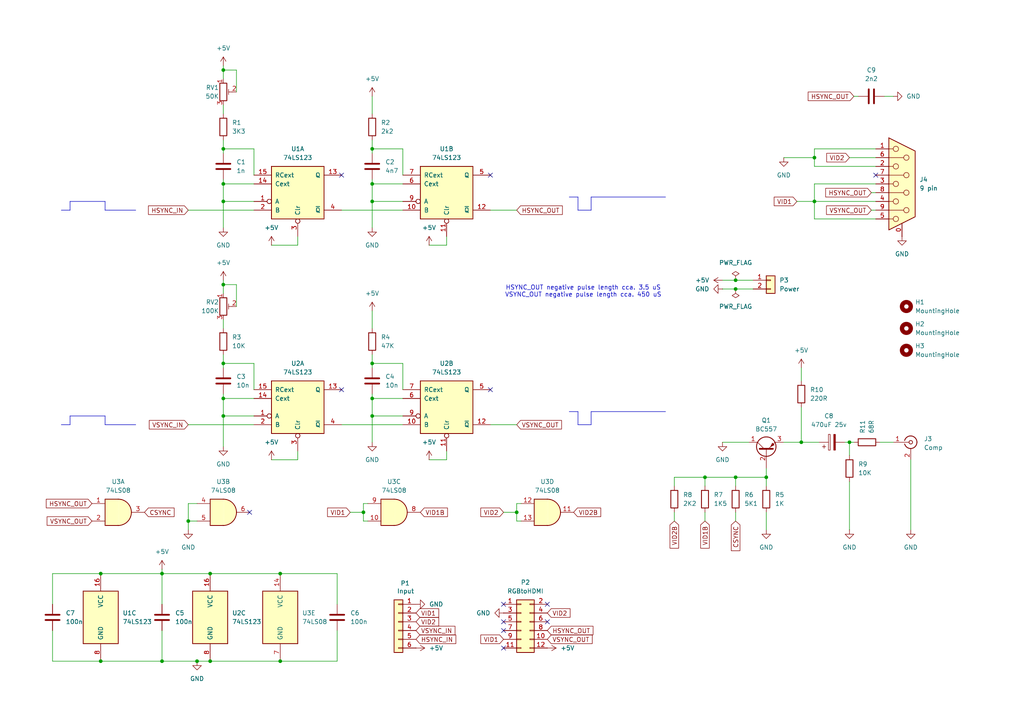
<source format=kicad_sch>
(kicad_sch (version 20231120) (generator "eeschema") (generator_version "8.0")
  (paper "A4")
  (lib_symbols
    (symbol "74xx:74LS08" (pin_names (offset 1.016))
      (property "Reference" "U" (at 0 1.27 0))
      (property "Value" "74LS08" (at 0 -1.27 0))
      (symbol "74LS08_1_1"
        (arc (start 0 -3.81) (mid 3.7934 0) (end 0 3.81) (stroke (width 0.254)) (fill (type background)))
        (polyline (pts (xy 0 3.81) (xy -3.81 3.81) (xy -3.81 -3.81) (xy 0 -3.81)) (stroke (width 0.254)) (fill (type background)))
        (pin input line (at -7.62 2.54 0) (length 3.81) (name "~") (number "1"))
        (pin input line (at -7.62 -2.54 0) (length 3.81) (name "~") (number "2"))
        (pin output line (at 7.62 0 180) (length 3.81) (name "~") (number "3"))
      )
      (symbol "74LS08_1_2"
        (arc (start -3.81 -3.81) (mid -2.589 0) (end -3.81 3.81) (stroke (width 0.254)))
        (arc (start -0.6096 -3.81) (mid 2.1842 -2.5851) (end 3.81 0) (stroke (width 0.254)) (fill (type background)))
        (polyline (pts (xy -3.81 -3.81) (xy -0.635 -3.81)) (stroke (width 0.254)) (fill (type background)))
        (polyline (pts (xy -3.81 3.81) (xy -0.635 3.81)) (stroke (width 0.254)) (fill (type background)))
        (polyline (pts (xy -0.635 3.81) (xy -3.81 3.81) (xy -3.81 3.81) (xy -3.556 3.4036) (xy -3.0226 2.2606) (xy -2.6924 1.0414) (xy -2.6162 -0.254) (xy -2.7686 -1.4986) (xy -3.175 -2.7178) (xy -3.81 -3.81) (xy -3.81 -3.81) (xy -0.635 -3.81)) (stroke (width -25.4)) (fill (type background)))
        (arc (start 3.81 0) (mid 2.1915 2.5936) (end -0.6096 3.81) (stroke (width 0.254)) (fill (type background)))
        (pin input inverted (at -7.62 2.54 0) (length 4.318) (name "~") (number "1"))
        (pin input inverted (at -7.62 -2.54 0) (length 4.318) (name "~") (number "2"))
        (pin output inverted (at 7.62 0 180) (length 3.81) (name "~") (number "3"))
      )
      (symbol "74LS08_2_1"
        (arc (start 0 -3.81) (mid 3.7934 0) (end 0 3.81) (stroke (width 0.254)) (fill (type background)))
        (polyline (pts (xy 0 3.81) (xy -3.81 3.81) (xy -3.81 -3.81) (xy 0 -3.81)) (stroke (width 0.254)) (fill (type background)))
        (pin input line (at -7.62 2.54 0) (length 3.81) (name "~") (number "4"))
        (pin input line (at -7.62 -2.54 0) (length 3.81) (name "~") (number "5"))
        (pin output line (at 7.62 0 180) (length 3.81) (name "~") (number "6"))
      )
      (symbol "74LS08_2_2"
        (arc (start -3.81 -3.81) (mid -2.589 0) (end -3.81 3.81) (stroke (width 0.254)))
        (arc (start -0.6096 -3.81) (mid 2.1842 -2.5851) (end 3.81 0) (stroke (width 0.254)) (fill (type background)))
        (polyline (pts (xy -3.81 -3.81) (xy -0.635 -3.81)) (stroke (width 0.254)) (fill (type background)))
        (polyline (pts (xy -3.81 3.81) (xy -0.635 3.81)) (stroke (width 0.254)) (fill (type background)))
        (polyline (pts (xy -0.635 3.81) (xy -3.81 3.81) (xy -3.81 3.81) (xy -3.556 3.4036) (xy -3.0226 2.2606) (xy -2.6924 1.0414) (xy -2.6162 -0.254) (xy -2.7686 -1.4986) (xy -3.175 -2.7178) (xy -3.81 -3.81) (xy -3.81 -3.81) (xy -0.635 -3.81)) (stroke (width -25.4)) (fill (type background)))
        (arc (start 3.81 0) (mid 2.1915 2.5936) (end -0.6096 3.81) (stroke (width 0.254)) (fill (type background)))
        (pin input inverted (at -7.62 2.54 0) (length 4.318) (name "~") (number "4"))
        (pin input inverted (at -7.62 -2.54 0) (length 4.318) (name "~") (number "5"))
        (pin output inverted (at 7.62 0 180) (length 3.81) (name "~") (number "6"))
      )
      (symbol "74LS08_3_1"
        (arc (start 0 -3.81) (mid 3.7934 0) (end 0 3.81) (stroke (width 0.254)) (fill (type background)))
        (polyline (pts (xy 0 3.81) (xy -3.81 3.81) (xy -3.81 -3.81) (xy 0 -3.81)) (stroke (width 0.254)) (fill (type background)))
        (pin input line (at -7.62 -2.54 0) (length 3.81) (name "~") (number "10"))
        (pin output line (at 7.62 0 180) (length 3.81) (name "~") (number "8"))
        (pin input line (at -7.62 2.54 0) (length 3.81) (name "~") (number "9"))
      )
      (symbol "74LS08_3_2"
        (arc (start -3.81 -3.81) (mid -2.589 0) (end -3.81 3.81) (stroke (width 0.254)))
        (arc (start -0.6096 -3.81) (mid 2.1842 -2.5851) (end 3.81 0) (stroke (width 0.254)) (fill (type background)))
        (polyline (pts (xy -3.81 -3.81) (xy -0.635 -3.81)) (stroke (width 0.254)) (fill (type background)))
        (polyline (pts (xy -3.81 3.81) (xy -0.635 3.81)) (stroke (width 0.254)) (fill (type background)))
        (polyline (pts (xy -0.635 3.81) (xy -3.81 3.81) (xy -3.81 3.81) (xy -3.556 3.4036) (xy -3.0226 2.2606) (xy -2.6924 1.0414) (xy -2.6162 -0.254) (xy -2.7686 -1.4986) (xy -3.175 -2.7178) (xy -3.81 -3.81) (xy -3.81 -3.81) (xy -0.635 -3.81)) (stroke (width -25.4)) (fill (type background)))
        (arc (start 3.81 0) (mid 2.1915 2.5936) (end -0.6096 3.81) (stroke (width 0.254)) (fill (type background)))
        (pin input inverted (at -7.62 -2.54 0) (length 4.318) (name "~") (number "10"))
        (pin output inverted (at 7.62 0 180) (length 3.81) (name "~") (number "8"))
        (pin input inverted (at -7.62 2.54 0) (length 4.318) (name "~") (number "9"))
      )
      (symbol "74LS08_4_1"
        (arc (start 0 -3.81) (mid 3.7934 0) (end 0 3.81) (stroke (width 0.254)) (fill (type background)))
        (polyline (pts (xy 0 3.81) (xy -3.81 3.81) (xy -3.81 -3.81) (xy 0 -3.81)) (stroke (width 0.254)) (fill (type background)))
        (pin output line (at 7.62 0 180) (length 3.81) (name "~") (number "11"))
        (pin input line (at -7.62 2.54 0) (length 3.81) (name "~") (number "12"))
        (pin input line (at -7.62 -2.54 0) (length 3.81) (name "~") (number "13"))
      )
      (symbol "74LS08_4_2"
        (arc (start -3.81 -3.81) (mid -2.589 0) (end -3.81 3.81) (stroke (width 0.254)))
        (arc (start -0.6096 -3.81) (mid 2.1842 -2.5851) (end 3.81 0) (stroke (width 0.254)) (fill (type background)))
        (polyline (pts (xy -3.81 -3.81) (xy -0.635 -3.81)) (stroke (width 0.254)) (fill (type background)))
        (polyline (pts (xy -3.81 3.81) (xy -0.635 3.81)) (stroke (width 0.254)) (fill (type background)))
        (polyline (pts (xy -0.635 3.81) (xy -3.81 3.81) (xy -3.81 3.81) (xy -3.556 3.4036) (xy -3.0226 2.2606) (xy -2.6924 1.0414) (xy -2.6162 -0.254) (xy -2.7686 -1.4986) (xy -3.175 -2.7178) (xy -3.81 -3.81) (xy -3.81 -3.81) (xy -0.635 -3.81)) (stroke (width -25.4)) (fill (type background)))
        (arc (start 3.81 0) (mid 2.1915 2.5936) (end -0.6096 3.81) (stroke (width 0.254)) (fill (type background)))
        (pin output inverted (at 7.62 0 180) (length 3.81) (name "~") (number "11"))
        (pin input inverted (at -7.62 2.54 0) (length 4.318) (name "~") (number "12"))
        (pin input inverted (at -7.62 -2.54 0) (length 4.318) (name "~") (number "13"))
      )
      (symbol "74LS08_5_0"
        (pin power_in line (at 0 12.7 270) (length 5.08) (name "VCC") (number "14"))
        (pin power_in line (at 0 -12.7 90) (length 5.08) (name "GND") (number "7"))
      )
      (symbol "74LS08_5_1"
        (rectangle (start -5.08 7.62) (end 5.08 -7.62) (stroke (width 0.254)) (fill (type background)))
      )
    )
    (symbol "74xx:74LS123" (pin_names (offset 1.016))
      (property "Reference" "U" (at -7.62 8.89 0))
      (property "Value" "74LS123" (at -7.62 -8.89 0))
      (symbol "74LS123_1_0"
        (pin input inverted (at -12.7 -2.54 0) (length 5.08) (name "A") (number "1"))
        (pin output line (at 12.7 5.08 180) (length 5.08) (name "Q") (number "13"))
        (pin input line (at -12.7 2.54 0) (length 5.08) (name "Cext") (number "14"))
        (pin input line (at -12.7 5.08 0) (length 5.08) (name "RCext") (number "15"))
        (pin input line (at -12.7 -5.08 0) (length 5.08) (name "B") (number "2"))
        (pin input inverted (at 0 -12.7 90) (length 5.08) (name "Clr") (number "3"))
        (pin output line (at 12.7 -5.08 180) (length 5.08) (name "~{Q}") (number "4"))
      )
      (symbol "74LS123_1_1"
        (rectangle (start -7.62 7.62) (end 7.62 -7.62) (stroke (width 0.254)) (fill (type background)))
      )
      (symbol "74LS123_2_0"
        (pin input line (at -12.7 -5.08 0) (length 5.08) (name "B") (number "10"))
        (pin input inverted (at 0 -12.7 90) (length 5.08) (name "Clr") (number "11"))
        (pin output line (at 12.7 -5.08 180) (length 5.08) (name "~{Q}") (number "12"))
        (pin output line (at 12.7 5.08 180) (length 5.08) (name "Q") (number "5"))
        (pin input line (at -12.7 2.54 0) (length 5.08) (name "Cext") (number "6"))
        (pin input line (at -12.7 5.08 0) (length 5.08) (name "RCext") (number "7"))
        (pin input inverted (at -12.7 -2.54 0) (length 5.08) (name "A") (number "9"))
      )
      (symbol "74LS123_2_1"
        (rectangle (start -7.62 7.62) (end 7.62 -7.62) (stroke (width 0.254)) (fill (type background)))
      )
      (symbol "74LS123_3_0"
        (pin power_in line (at 0 12.7 270) (length 5.08) (name "VCC") (number "16"))
        (pin power_in line (at 0 -12.7 90) (length 5.08) (name "GND") (number "8"))
      )
      (symbol "74LS123_3_1"
        (rectangle (start -5.08 7.62) (end 5.08 -7.62) (stroke (width 0.254)) (fill (type background)))
      )
    )
    (symbol "Connector:Conn_Coaxial" (pin_names (offset 1.016) hide)
      (property "Reference" "J" (at 0.254 3.048 0))
      (property "Value" "Conn_Coaxial" (at 2.921 0 90))
      (symbol "Conn_Coaxial_0_1"
        (arc (start -1.778 -0.508) (mid 0.2311 -1.8066) (end 1.778 0) (stroke (width 0.254)))
        (polyline (pts (xy -2.54 0) (xy -0.508 0)))
        (polyline (pts (xy 0 -2.54) (xy 0 -1.778)))
        (circle (center 0 0) (radius 0.508) (stroke (width 0.2032)))
        (arc (start 1.778 0) (mid 0.2099 1.8101) (end -1.778 0.508) (stroke (width 0.254)))
      )
      (symbol "Conn_Coaxial_1_1"
        (pin passive line (at -5.08 0 0) (length 2.54) (name "In") (number "1"))
        (pin passive line (at 0 -5.08 90) (length 2.54) (name "Ext") (number "2"))
      )
    )
    (symbol "Connector:DE9_Receptacle_MountingHoles" (pin_names (offset 1.016) hide)
      (property "Reference" "J" (at 0 16.51 0))
      (property "Value" "DE9_Receptacle_MountingHoles" (at 0 14.605 0))
      (symbol "DE9_Receptacle_MountingHoles_0_1"
        (circle (center -1.778 -10.16) (radius 0.762))
        (circle (center -1.778 -5.08) (radius 0.762))
        (circle (center -1.778 0) (radius 0.762))
        (circle (center -1.778 5.08) (radius 0.762))
        (circle (center -1.778 10.16) (radius 0.762))
        (polyline (pts (xy -3.81 -10.16) (xy -2.54 -10.16)))
        (polyline (pts (xy -3.81 -7.62) (xy 0.508 -7.62)))
        (polyline (pts (xy -3.81 -5.08) (xy -2.54 -5.08)))
        (polyline (pts (xy -3.81 -2.54) (xy 0.508 -2.54)))
        (polyline (pts (xy -3.81 0) (xy -2.54 0)))
        (polyline (pts (xy -3.81 2.54) (xy 0.508 2.54)))
        (polyline (pts (xy -3.81 5.08) (xy -2.54 5.08)))
        (polyline (pts (xy -3.81 7.62) (xy 0.508 7.62)))
        (polyline (pts (xy -3.81 10.16) (xy -2.54 10.16)))
        (polyline (pts (xy -3.81 13.335) (xy -3.81 -13.335) (xy 3.81 -9.525) (xy 3.81 9.525) (xy -3.81 13.335)) (stroke (width 0.254)) (fill (type background)))
        (circle (center 1.27 -7.62) (radius 0.762))
        (circle (center 1.27 -2.54) (radius 0.762))
        (circle (center 1.27 2.54) (radius 0.762))
        (circle (center 1.27 7.62) (radius 0.762))
      )
      (symbol "DE9_Receptacle_MountingHoles_1_1"
        (pin passive line (at 0 -15.24 90) (length 3.81) (name "PAD") (number "0"))
        (pin passive line (at -7.62 10.16 0) (length 3.81) (name "1") (number "1"))
        (pin passive line (at -7.62 5.08 0) (length 3.81) (name "2") (number "2"))
        (pin passive line (at -7.62 0 0) (length 3.81) (name "3") (number "3"))
        (pin passive line (at -7.62 -5.08 0) (length 3.81) (name "4") (number "4"))
        (pin passive line (at -7.62 -10.16 0) (length 3.81) (name "5") (number "5"))
        (pin passive line (at -7.62 7.62 0) (length 3.81) (name "6") (number "6"))
        (pin passive line (at -7.62 2.54 0) (length 3.81) (name "7") (number "7"))
        (pin passive line (at -7.62 -2.54 0) (length 3.81) (name "8") (number "8"))
        (pin passive line (at -7.62 -7.62 0) (length 3.81) (name "9") (number "9"))
      )
    )
    (symbol "Connector_Generic:Conn_01x02" (pin_names (offset 1.016) hide)
      (property "Reference" "J" (at 0 2.54 0))
      (property "Value" "Conn_01x02" (at 0 -5.08 0))
      (symbol "Conn_01x02_1_1"
        (rectangle (start -1.27 -2.413) (end 0 -2.667) (stroke (width 0.1524)))
        (rectangle (start -1.27 0.127) (end 0 -0.127) (stroke (width 0.1524)))
        (rectangle (start -1.27 1.27) (end 1.27 -3.81) (stroke (width 0.254)) (fill (type background)))
        (pin passive line (at -5.08 0 0) (length 3.81) (name "Pin_1") (number "1"))
        (pin passive line (at -5.08 -2.54 0) (length 3.81) (name "Pin_2") (number "2"))
      )
    )
    (symbol "Connector_Generic:Conn_01x06" (pin_names (offset 1.016) hide)
      (property "Reference" "J" (at 0 7.62 0))
      (property "Value" "Conn_01x06" (at 0 -10.16 0))
      (symbol "Conn_01x06_1_1"
        (rectangle (start -1.27 -7.493) (end 0 -7.747) (stroke (width 0.1524)))
        (rectangle (start -1.27 -4.953) (end 0 -5.207) (stroke (width 0.1524)))
        (rectangle (start -1.27 -2.413) (end 0 -2.667) (stroke (width 0.1524)))
        (rectangle (start -1.27 0.127) (end 0 -0.127) (stroke (width 0.1524)))
        (rectangle (start -1.27 2.667) (end 0 2.413) (stroke (width 0.1524)))
        (rectangle (start -1.27 5.207) (end 0 4.953) (stroke (width 0.1524)))
        (rectangle (start -1.27 6.35) (end 1.27 -8.89) (stroke (width 0.254)) (fill (type background)))
        (pin passive line (at -5.08 5.08 0) (length 3.81) (name "Pin_1") (number "1"))
        (pin passive line (at -5.08 2.54 0) (length 3.81) (name "Pin_2") (number "2"))
        (pin passive line (at -5.08 0 0) (length 3.81) (name "Pin_3") (number "3"))
        (pin passive line (at -5.08 -2.54 0) (length 3.81) (name "Pin_4") (number "4"))
        (pin passive line (at -5.08 -5.08 0) (length 3.81) (name "Pin_5") (number "5"))
        (pin passive line (at -5.08 -7.62 0) (length 3.81) (name "Pin_6") (number "6"))
      )
    )
    (symbol "Connector_Generic:Conn_02x06_Odd_Even" (pin_names (offset 1.016) hide)
      (property "Reference" "J" (at 1.27 7.62 0))
      (property "Value" "Conn_02x06_Odd_Even" (at 1.27 -10.16 0))
      (symbol "Conn_02x06_Odd_Even_1_1"
        (rectangle (start -1.27 -7.493) (end 0 -7.747) (stroke (width 0.1524)))
        (rectangle (start -1.27 -4.953) (end 0 -5.207) (stroke (width 0.1524)))
        (rectangle (start -1.27 -2.413) (end 0 -2.667) (stroke (width 0.1524)))
        (rectangle (start -1.27 0.127) (end 0 -0.127) (stroke (width 0.1524)))
        (rectangle (start -1.27 2.667) (end 0 2.413) (stroke (width 0.1524)))
        (rectangle (start -1.27 5.207) (end 0 4.953) (stroke (width 0.1524)))
        (rectangle (start -1.27 6.35) (end 3.81 -8.89) (stroke (width 0.254)) (fill (type background)))
        (rectangle (start 3.81 -7.493) (end 2.54 -7.747) (stroke (width 0.1524)))
        (rectangle (start 3.81 -4.953) (end 2.54 -5.207) (stroke (width 0.1524)))
        (rectangle (start 3.81 -2.413) (end 2.54 -2.667) (stroke (width 0.1524)))
        (rectangle (start 3.81 0.127) (end 2.54 -0.127) (stroke (width 0.1524)))
        (rectangle (start 3.81 2.667) (end 2.54 2.413) (stroke (width 0.1524)))
        (rectangle (start 3.81 5.207) (end 2.54 4.953) (stroke (width 0.1524)))
        (pin passive line (at -5.08 5.08 0) (length 3.81) (name "Pin_1") (number "1"))
        (pin passive line (at 7.62 -5.08 180) (length 3.81) (name "Pin_10") (number "10"))
        (pin passive line (at -5.08 -7.62 0) (length 3.81) (name "Pin_11") (number "11"))
        (pin passive line (at 7.62 -7.62 180) (length 3.81) (name "Pin_12") (number "12"))
        (pin passive line (at 7.62 5.08 180) (length 3.81) (name "Pin_2") (number "2"))
        (pin passive line (at -5.08 2.54 0) (length 3.81) (name "Pin_3") (number "3"))
        (pin passive line (at 7.62 2.54 180) (length 3.81) (name "Pin_4") (number "4"))
        (pin passive line (at -5.08 0 0) (length 3.81) (name "Pin_5") (number "5"))
        (pin passive line (at 7.62 0 180) (length 3.81) (name "Pin_6") (number "6"))
        (pin passive line (at -5.08 -2.54 0) (length 3.81) (name "Pin_7") (number "7"))
        (pin passive line (at 7.62 -2.54 180) (length 3.81) (name "Pin_8") (number "8"))
        (pin passive line (at -5.08 -5.08 0) (length 3.81) (name "Pin_9") (number "9"))
      )
    )
    (symbol "Device:C" (pin_numbers hide) (pin_names (offset 0.254))
      (property "Reference" "C" (at 0.635 2.54 0))
      (property "Value" "C" (at 0.635 -2.54 0))
      (symbol "C_0_1"
        (polyline (pts (xy -2.032 -0.762) (xy 2.032 -0.762)) (stroke (width 0.508)))
        (polyline (pts (xy -2.032 0.762) (xy 2.032 0.762)) (stroke (width 0.508)))
      )
      (symbol "C_1_1"
        (pin passive line (at 0 3.81 270) (length 2.794) (name "~") (number "1"))
        (pin passive line (at 0 -3.81 90) (length 2.794) (name "~") (number "2"))
      )
    )
    (symbol "Device:C_Polarized" (pin_numbers hide) (pin_names (offset 0.254))
      (property "Reference" "C" (at 0.635 2.54 0))
      (property "Value" "C_Polarized" (at 0.635 -2.54 0))
      (symbol "C_Polarized_0_1"
        (rectangle (start -2.286 0.508) (end 2.286 1.016))
        (polyline (pts (xy -1.778 2.286) (xy -0.762 2.286)))
        (polyline (pts (xy -1.27 2.794) (xy -1.27 1.778)))
        (rectangle (start 2.286 -0.508) (end -2.286 -1.016) (fill (type outline)))
      )
      (symbol "C_Polarized_1_1"
        (pin passive line (at 0 3.81 270) (length 2.794) (name "~") (number "1"))
        (pin passive line (at 0 -3.81 90) (length 2.794) (name "~") (number "2"))
      )
    )
    (symbol "Device:R" (pin_numbers hide) (pin_names (offset 0))
      (property "Reference" "R" (at 2.032 0 90))
      (property "Value" "R" (at 0 0 90))
      (symbol "R_0_1"
        (rectangle (start -1.016 -2.54) (end 1.016 2.54) (stroke (width 0.254)))
      )
      (symbol "R_1_1"
        (pin passive line (at 0 3.81 270) (length 1.27) (name "~") (number "1"))
        (pin passive line (at 0 -3.81 90) (length 1.27) (name "~") (number "2"))
      )
    )
    (symbol "Device:R_Potentiometer_Trim" (pin_names (offset 1.016) hide)
      (property "Reference" "RV" (at -4.445 0 90))
      (property "Value" "R_Potentiometer_Trim" (at -2.54 0 90))
      (symbol "R_Potentiometer_Trim_0_1"
        (polyline (pts (xy 1.524 0.762) (xy 1.524 -0.762)))
        (polyline (pts (xy 2.54 0) (xy 1.524 0)))
        (rectangle (start 1.016 2.54) (end -1.016 -2.54) (stroke (width 0.254)))
      )
      (symbol "R_Potentiometer_Trim_1_1"
        (pin passive line (at 0 3.81 270) (length 1.27) (name "1") (number "1"))
        (pin passive line (at 3.81 0 180) (length 1.27) (name "2") (number "2"))
        (pin passive line (at 0 -3.81 90) (length 1.27) (name "3") (number "3"))
      )
    )
    (symbol "Mechanical:MountingHole" (pin_names (offset 1.016)) (exclude_from_sim yes) (in_bom no)
      (property "Reference" "H" (at 0 5.08 0))
      (property "Value" "MountingHole" (at 0 3.175 0))
      (symbol "MountingHole_0_1"
        (circle (center 0 0) (radius 1.27) (stroke (width 1.27)))
      )
    )
    (symbol "Transistor_BJT:BC557" (pin_names (offset 0) hide)
      (property "Reference" "Q" (at 5.08 1.905 0))
      (property "Value" "BC557" (at 5.08 0 0))
      (symbol "BC557_0_1"
        (polyline (pts (xy 0.635 0.635) (xy 2.54 2.54)))
        (polyline (pts (xy 0.635 -0.635) (xy 2.54 -2.54) (xy 2.54 -2.54)))
        (polyline (pts (xy 0.635 1.905) (xy 0.635 -1.905) (xy 0.635 -1.905)) (stroke (width 0.508)))
        (polyline (pts (xy 2.286 -1.778) (xy 1.778 -2.286) (xy 1.27 -1.27) (xy 2.286 -1.778) (xy 2.286 -1.778)) (fill (type outline)))
        (circle (center 1.27 0) (radius 2.8194) (stroke (width 0.254)))
      )
      (symbol "BC557_1_1"
        (pin passive line (at 2.54 5.08 270) (length 2.54) (name "C") (number "1"))
        (pin input line (at -5.08 0 0) (length 5.715) (name "B") (number "2"))
        (pin passive line (at 2.54 -5.08 90) (length 2.54) (name "E") (number "3"))
      )
    )
    (symbol "power:+5V" (power) (pin_numbers hide) (pin_names (offset 0) hide)
      (property "Value" "+5V" (at 0 3.556 0))
      (symbol "+5V_0_1"
        (polyline (pts (xy -0.762 1.27) (xy 0 2.54)))
        (polyline (pts (xy 0 0) (xy 0 2.54)))
        (polyline (pts (xy 0 2.54) (xy 0.762 1.27)))
      )
      (symbol "+5V_1_1"
        (pin power_in line (at 0 0 90) (length 0) (name "~") (number "1"))
      )
    )
    (symbol "power:GND" (power) (pin_numbers hide) (pin_names (offset 0) hide)
      (property "Value" "GND" (at 0 -3.81 0))
      (symbol "GND_0_1"
        (polyline (pts (xy 0 0) (xy 0 -1.27) (xy 1.27 -1.27) (xy 0 -2.54) (xy -1.27 -1.27) (xy 0 -1.27)))
      )
      (symbol "GND_1_1"
        (pin power_in line (at 0 0 270) (length 0) (name "~") (number "1"))
      )
    )
    (symbol "power:PWR_FLAG" (power) (pin_numbers hide) (pin_names (offset 0) hide)
      (property "Value" "PWR_FLAG" (at 0 3.81 0))
      (symbol "PWR_FLAG_0_0"
        (pin power_out line (at 0 0 90) (length 0) (name "~") (number "1"))
      )
      (symbol "PWR_FLAG_0_1"
        (polyline (pts (xy 0 0) (xy 0 1.27) (xy -1.016 1.905) (xy 0 2.54) (xy 1.016 1.905) (xy 0 1.27)))
      )
    )
  )
  (junction (at 29.21 191.77))
  (junction (at 57.15 191.77))
  (junction (at 107.95 105.41))
  (junction (at 107.95 43.18))
  (junction (at 149.86 148.59))
  (junction (at 236.22 45.72))
  (junction (at 54.61 151.13))
  (junction (at 107.95 53.34))
  (junction (at 64.77 82.55))
  (junction (at 64.77 20.32))
  (junction (at 232.41 128.27))
  (junction (at 64.77 120.65))
  (junction (at 213.36 138.43))
  (junction (at 64.77 58.42))
  (junction (at 236.22 58.42))
  (junction (at 46.99 166.37))
  (junction (at 60.96 166.37))
  (junction (at 222.25 138.43))
  (junction (at 29.21 166.37))
  (junction (at 213.36 81.28))
  (junction (at 107.95 115.57))
  (junction (at 105.41 148.59))
  (junction (at 107.95 120.65))
  (junction (at 64.77 105.41))
  (junction (at 81.28 191.77))
  (junction (at 60.96 191.77))
  (junction (at 81.28 166.37))
  (junction (at 64.77 53.34))
  (junction (at 107.95 58.42))
  (junction (at 46.99 191.77))
  (junction (at 246.38 128.27))
  (junction (at 64.77 115.57))
  (junction (at 64.77 43.18))
  (junction (at 204.47 138.43))
  (junction (at 213.36 83.82))
  (no_connect (at 146.05 187.96))
  (no_connect (at 72.39 148.59))
  (no_connect (at 146.05 175.26))
  (no_connect (at 158.75 175.26))
  (no_connect (at 158.75 180.34))
  (no_connect (at 146.05 182.88))
  (no_connect (at 99.06 113.03))
  (no_connect (at 142.24 50.8))
  (no_connect (at 254 50.8))
  (no_connect (at 142.24 113.03))
  (no_connect (at 146.05 180.34))
  (no_connect (at 99.06 50.8))
  (polyline (pts (xy 165.1 119.38) (xy 167.64 119.38)))
  (wire (pts (xy 107.95 43.18) (xy 116.84 43.18)))
  (wire (pts (xy 81.28 166.37) (xy 97.79 166.37)))
  (wire (pts (xy 204.47 148.59) (xy 204.47 151.13)))
  (wire (pts (xy 227.33 128.27) (xy 232.41 128.27)))
  (wire (pts (xy 64.77 82.55) (xy 64.77 85.09)))
  (wire (pts (xy 15.24 166.37) (xy 15.24 175.26)))
  (polyline (pts (xy 20.32 58.42) (xy 30.48 58.42)))
  (wire (pts (xy 64.77 19.05) (xy 64.77 20.32)))
  (wire (pts (xy 73.66 58.42) (xy 64.77 58.42)))
  (wire (pts (xy 60.96 191.77) (xy 81.28 191.77)))
  (wire (pts (xy 68.58 82.55) (xy 68.58 88.9)))
  (wire (pts (xy 246.38 128.27) (xy 247.65 128.27)))
  (wire (pts (xy 209.55 128.27) (xy 217.17 128.27)))
  (wire (pts (xy 116.84 113.03) (xy 116.84 105.41)))
  (wire (pts (xy 73.66 113.03) (xy 73.66 105.41)))
  (wire (pts (xy 227.33 45.72) (xy 236.22 45.72)))
  (wire (pts (xy 105.41 148.59) (xy 105.41 151.13)))
  (wire (pts (xy 106.68 146.05) (xy 105.41 146.05)))
  (wire (pts (xy 64.77 30.48) (xy 64.77 33.02)))
  (wire (pts (xy 213.36 138.43) (xy 213.36 140.97)))
  (polyline (pts (xy 31.75 60.96) (xy 39.37 60.96)))
  (wire (pts (xy 248.92 27.94) (xy 247.65 27.94)))
  (wire (pts (xy 64.77 115.57) (xy 64.77 120.65)))
  (wire (pts (xy 86.36 130.81) (xy 86.36 133.35)))
  (polyline (pts (xy 167.64 119.38) (xy 167.64 123.19)))
  (wire (pts (xy 64.77 58.42) (xy 64.77 66.04)))
  (wire (pts (xy 73.66 53.34) (xy 64.77 53.34)))
  (wire (pts (xy 209.55 83.82) (xy 213.36 83.82)))
  (wire (pts (xy 105.41 146.05) (xy 105.41 148.59)))
  (wire (pts (xy 29.21 191.77) (xy 15.24 191.77)))
  (wire (pts (xy 116.84 58.42) (xy 107.95 58.42)))
  (wire (pts (xy 64.77 120.65) (xy 64.77 129.54)))
  (wire (pts (xy 60.96 166.37) (xy 81.28 166.37)))
  (polyline (pts (xy 31.75 123.19) (xy 39.37 123.19)))
  (wire (pts (xy 57.15 146.05) (xy 54.61 146.05)))
  (wire (pts (xy 204.47 138.43) (xy 204.47 140.97)))
  (wire (pts (xy 116.84 53.34) (xy 107.95 53.34)))
  (wire (pts (xy 107.95 105.41) (xy 116.84 105.41)))
  (wire (pts (xy 73.66 50.8) (xy 73.66 43.18)))
  (wire (pts (xy 236.22 53.34) (xy 236.22 58.42)))
  (wire (pts (xy 252.73 55.88) (xy 254 55.88)))
  (polyline (pts (xy 171.45 119.38) (xy 193.04 119.38)))
  (wire (pts (xy 86.36 68.58) (xy 86.36 71.12)))
  (wire (pts (xy 107.95 58.42) (xy 107.95 66.04)))
  (wire (pts (xy 99.06 60.96) (xy 116.84 60.96)))
  (wire (pts (xy 149.86 123.19) (xy 142.24 123.19)))
  (wire (pts (xy 209.55 81.28) (xy 213.36 81.28)))
  (polyline (pts (xy 17.78 60.96) (xy 20.32 60.96)))
  (wire (pts (xy 15.24 191.77) (xy 15.24 182.88)))
  (wire (pts (xy 254 53.34) (xy 236.22 53.34)))
  (wire (pts (xy 107.95 95.25) (xy 107.95 90.17)))
  (wire (pts (xy 232.41 118.11) (xy 232.41 128.27)))
  (wire (pts (xy 236.22 58.42) (xy 254 58.42)))
  (wire (pts (xy 252.73 60.96) (xy 254 60.96)))
  (wire (pts (xy 236.22 48.26) (xy 254 48.26)))
  (wire (pts (xy 231.14 58.42) (xy 236.22 58.42)))
  (wire (pts (xy 64.77 105.41) (xy 64.77 106.68)))
  (wire (pts (xy 68.58 20.32) (xy 68.58 26.67)))
  (polyline (pts (xy 167.64 57.15) (xy 167.64 60.96)))
  (wire (pts (xy 129.54 133.35) (xy 124.46 133.35)))
  (wire (pts (xy 57.15 191.77) (xy 60.96 191.77)))
  (wire (pts (xy 236.22 45.72) (xy 236.22 48.26)))
  (wire (pts (xy 107.95 33.02) (xy 107.95 27.94)))
  (wire (pts (xy 107.95 120.65) (xy 107.95 128.27)))
  (wire (pts (xy 105.41 151.13) (xy 106.68 151.13)))
  (polyline (pts (xy 171.45 123.19) (xy 171.45 119.38)))
  (wire (pts (xy 54.61 151.13) (xy 57.15 151.13)))
  (wire (pts (xy 195.58 138.43) (xy 195.58 140.97)))
  (wire (pts (xy 245.11 128.27) (xy 246.38 128.27)))
  (wire (pts (xy 232.41 106.68) (xy 232.41 110.49)))
  (wire (pts (xy 107.95 52.07) (xy 107.95 53.34)))
  (wire (pts (xy 64.77 114.3) (xy 64.77 115.57)))
  (wire (pts (xy 236.22 43.18) (xy 236.22 45.72)))
  (polyline (pts (xy 30.48 123.19) (xy 31.75 123.19)))
  (polyline (pts (xy 20.32 120.65) (xy 30.48 120.65)))
  (wire (pts (xy 149.86 148.59) (xy 149.86 151.13)))
  (wire (pts (xy 29.21 191.77) (xy 46.99 191.77)))
  (wire (pts (xy 129.54 71.12) (xy 124.46 71.12)))
  (wire (pts (xy 64.77 20.32) (xy 64.77 22.86)))
  (wire (pts (xy 232.41 128.27) (xy 237.49 128.27)))
  (wire (pts (xy 107.95 120.65) (xy 116.84 120.65)))
  (wire (pts (xy 149.86 146.05) (xy 149.86 148.59)))
  (wire (pts (xy 116.84 50.8) (xy 116.84 43.18)))
  (wire (pts (xy 151.13 146.05) (xy 149.86 146.05)))
  (polyline (pts (xy 20.32 123.19) (xy 20.32 120.65)))
  (wire (pts (xy 29.21 166.37) (xy 15.24 166.37)))
  (wire (pts (xy 107.95 44.45) (xy 107.95 43.18)))
  (wire (pts (xy 46.99 165.1) (xy 46.99 166.37)))
  (wire (pts (xy 222.25 148.59) (xy 222.25 153.67)))
  (wire (pts (xy 64.77 92.71) (xy 64.77 95.25)))
  (polyline (pts (xy 30.48 60.96) (xy 31.75 60.96)))
  (wire (pts (xy 254 43.18) (xy 236.22 43.18)))
  (wire (pts (xy 64.77 82.55) (xy 68.58 82.55)))
  (polyline (pts (xy 30.48 58.42) (xy 30.48 60.96)))
  (wire (pts (xy 97.79 191.77) (xy 97.79 182.88)))
  (wire (pts (xy 246.38 45.72) (xy 254 45.72)))
  (wire (pts (xy 54.61 123.19) (xy 73.66 123.19)))
  (wire (pts (xy 107.95 115.57) (xy 107.95 120.65)))
  (wire (pts (xy 78.74 133.35) (xy 86.36 133.35)))
  (wire (pts (xy 246.38 128.27) (xy 246.38 132.08)))
  (wire (pts (xy 264.16 133.35) (xy 264.16 153.67)))
  (wire (pts (xy 107.95 105.41) (xy 107.95 102.87)))
  (wire (pts (xy 64.77 43.18) (xy 73.66 43.18)))
  (wire (pts (xy 213.36 148.59) (xy 213.36 151.13)))
  (polyline (pts (xy 165.1 57.15) (xy 167.64 57.15)))
  (wire (pts (xy 149.86 151.13) (xy 151.13 151.13)))
  (wire (pts (xy 46.99 166.37) (xy 60.96 166.37)))
  (wire (pts (xy 204.47 138.43) (xy 195.58 138.43)))
  (wire (pts (xy 259.08 27.94) (xy 256.54 27.94)))
  (wire (pts (xy 107.95 106.68) (xy 107.95 105.41)))
  (polyline (pts (xy 20.32 60.96) (xy 20.32 58.42)))
  (wire (pts (xy 64.77 20.32) (xy 68.58 20.32)))
  (wire (pts (xy 54.61 151.13) (xy 54.61 153.67)))
  (polyline (pts (xy 30.48 120.65) (xy 30.48 123.19)))
  (wire (pts (xy 213.36 83.82) (xy 218.44 83.82)))
  (wire (pts (xy 78.74 71.12) (xy 86.36 71.12)))
  (wire (pts (xy 246.38 139.7) (xy 246.38 153.67)))
  (wire (pts (xy 64.77 43.18) (xy 64.77 44.45)))
  (wire (pts (xy 236.22 63.5) (xy 254 63.5)))
  (polyline (pts (xy 17.78 123.19) (xy 20.32 123.19)))
  (polyline (pts (xy 167.64 123.19) (xy 171.45 123.19)))
  (wire (pts (xy 142.24 60.96) (xy 149.86 60.96)))
  (wire (pts (xy 213.36 81.28) (xy 218.44 81.28)))
  (polyline (pts (xy 171.45 57.15) (xy 193.04 57.15)))
  (wire (pts (xy 222.25 138.43) (xy 213.36 138.43)))
  (wire (pts (xy 107.95 43.18) (xy 107.95 40.64)))
  (wire (pts (xy 64.77 52.07) (xy 64.77 53.34)))
  (wire (pts (xy 222.25 138.43) (xy 222.25 140.97)))
  (wire (pts (xy 81.28 191.77) (xy 97.79 191.77)))
  (polyline (pts (xy 167.64 60.96) (xy 171.45 60.96)))
  (wire (pts (xy 46.99 191.77) (xy 57.15 191.77)))
  (wire (pts (xy 146.05 148.59) (xy 149.86 148.59)))
  (wire (pts (xy 64.77 102.87) (xy 64.77 105.41)))
  (wire (pts (xy 101.6 148.59) (xy 105.41 148.59)))
  (wire (pts (xy 97.79 166.37) (xy 97.79 175.26)))
  (wire (pts (xy 46.99 182.88) (xy 46.99 191.77)))
  (polyline (pts (xy 171.45 60.96) (xy 171.45 57.15)))
  (wire (pts (xy 222.25 135.89) (xy 222.25 138.43)))
  (wire (pts (xy 255.27 128.27) (xy 259.08 128.27)))
  (wire (pts (xy 107.95 115.57) (xy 116.84 115.57)))
  (wire (pts (xy 54.61 146.05) (xy 54.61 151.13)))
  (wire (pts (xy 213.36 138.43) (xy 204.47 138.43)))
  (wire (pts (xy 236.22 58.42) (xy 236.22 63.5)))
  (wire (pts (xy 64.77 81.28) (xy 64.77 82.55)))
  (wire (pts (xy 46.99 166.37) (xy 46.99 175.26)))
  (wire (pts (xy 64.77 53.34) (xy 64.77 58.42)))
  (wire (pts (xy 73.66 120.65) (xy 64.77 120.65)))
  (wire (pts (xy 129.54 130.81) (xy 129.54 133.35)))
  (wire (pts (xy 64.77 40.64) (xy 64.77 43.18)))
  (wire (pts (xy 195.58 148.59) (xy 195.58 151.13)))
  (wire (pts (xy 107.95 114.3) (xy 107.95 115.57)))
  (wire (pts (xy 73.66 115.57) (xy 64.77 115.57)))
  (wire (pts (xy 107.95 53.34) (xy 107.95 58.42)))
  (wire (pts (xy 54.61 60.96) (xy 73.66 60.96)))
  (wire (pts (xy 129.54 68.58) (xy 129.54 71.12)))
  (wire (pts (xy 99.06 123.19) (xy 116.84 123.19)))
  (wire (pts (xy 29.21 166.37) (xy 46.99 166.37)))
  (wire (pts (xy 64.77 105.41) (xy 73.66 105.41)))
  (text "HSYNC_OUT negative pulse length cca. 3.5 uS\nVSYNC_OUT negative pulse length cca. 450 uS" (at 169.164 84.582 0) (effects (font (size 1.27 1.27))))
  (global_label "VID1" (shape input) (at 231.14 58.42 180) (property "Intersheetrefs" "${INTERSHEET_REFS}" (effects (hide yes))))
  (global_label "VID2" (shape input) (at 246.38 45.72 180) (property "Intersheetrefs" "${INTERSHEET_REFS}" (effects (hide yes))))
  (global_label "VSYNC_IN" (shape input) (at 120.65 182.88 0) (property "Intersheetrefs" "${INTERSHEET_REFS}" (effects (hide yes))))
  (global_label "VID1" (shape input) (at 101.6 148.59 180) (property "Intersheetrefs" "${INTERSHEET_REFS}" (effects (hide yes))))
  (global_label "VID2" (shape input) (at 146.05 148.59 180) (property "Intersheetrefs" "${INTERSHEET_REFS}" (effects (hide yes))))
  (global_label "VID2B" (shape input) (at 166.37 148.59 0) (property "Intersheetrefs" "${INTERSHEET_REFS}" (effects (hide yes))))
  (global_label "CSYNC" (shape input) (at 41.91 148.59 0) (property "Intersheetrefs" "${INTERSHEET_REFS}" (effects (hide yes))))
  (global_label "VID1" (shape input) (at 146.05 185.42 180) (property "Intersheetrefs" "${INTERSHEET_REFS}" (effects (hide yes))))
  (global_label "VID2" (shape input) (at 120.65 180.34 0) (property "Intersheetrefs" "${INTERSHEET_REFS}" (effects (hide yes))))
  (global_label "VID1B" (shape input) (at 204.47 151.13 270) (property "Intersheetrefs" "${INTERSHEET_REFS}" (effects (hide yes))))
  (global_label "HSYNC_OUT" (shape input) (at 252.73 55.88 180) (property "Intersheetrefs" "${INTERSHEET_REFS}" (effects (hide yes))))
  (global_label "CSYNC" (shape input) (at 213.36 151.13 270) (property "Intersheetrefs" "${INTERSHEET_REFS}" (effects (hide yes))))
  (global_label "HSYNC_OUT" (shape input) (at 149.86 60.96 0) (property "Intersheetrefs" "${INTERSHEET_REFS}" (effects (hide yes))))
  (global_label "VSYNC_OUT" (shape input) (at 26.67 151.13 180) (property "Intersheetrefs" "${INTERSHEET_REFS}" (effects (hide yes))))
  (global_label "VSYNC_OUT" (shape input) (at 252.73 60.96 180) (property "Intersheetrefs" "${INTERSHEET_REFS}" (effects (hide yes))))
  (global_label "VSYNC_IN" (shape input) (at 54.61 123.19 180) (property "Intersheetrefs" "${INTERSHEET_REFS}" (effects (hide yes))))
  (global_label "HSYNC_IN" (shape input) (at 120.65 185.42 0) (property "Intersheetrefs" "${INTERSHEET_REFS}" (effects (hide yes))))
  (global_label "HSYNC_OUT" (shape input) (at 158.75 182.88 0) (property "Intersheetrefs" "${INTERSHEET_REFS}" (effects (hide yes))))
  (global_label "VSYNC_OUT" (shape input) (at 158.75 185.42 0) (property "Intersheetrefs" "${INTERSHEET_REFS}" (effects (hide yes))))
  (global_label "VID1" (shape input) (at 120.65 177.8 0) (property "Intersheetrefs" "${INTERSHEET_REFS}" (effects (hide yes))))
  (global_label "VID1B" (shape input) (at 121.92 148.59 0) (property "Intersheetrefs" "${INTERSHEET_REFS}" (effects (hide yes))))
  (global_label "HSYNC_IN" (shape input) (at 54.61 60.96 180) (property "Intersheetrefs" "${INTERSHEET_REFS}" (effects (hide yes))))
  (global_label "HSYNC_OUT" (shape input) (at 26.67 146.05 180) (property "Intersheetrefs" "${INTERSHEET_REFS}" (effects (hide yes))))
  (global_label "HSYNC_OUT" (shape input) (at 247.65 27.94 180) (property "Intersheetrefs" "${INTERSHEET_REFS}" (effects (hide yes))))
  (global_label "VSYNC_OUT" (shape input) (at 149.86 123.19 0) (property "Intersheetrefs" "${INTERSHEET_REFS}" (effects (hide yes))))
  (global_label "VID2B" (shape input) (at 195.58 151.13 270) (property "Intersheetrefs" "${INTERSHEET_REFS}" (effects (hide yes))))
  (global_label "VID2" (shape input) (at 158.75 177.8 0) (property "Intersheetrefs" "${INTERSHEET_REFS}" (effects (hide yes))))
  (symbol (lib_id "Device:C_Polarized") (at 241.3 128.27 90) (unit 1)
    (property "Reference" "C8" (at 240.411 120.65 90))
    (property "Value" "470uF 25v" (at 240.411 123.19 90))
    (property "Footprint" "011TIM:Electrolytic Capacitor Axial or Radial Alt" (effects (hide yes)))
    (property "Description" "Polarized capacitor" (effects (hide yes)))
  )
  (symbol (lib_id "power:+5V") (at 78.74 71.12 0) (unit 1)
    (property "Reference" "#PWR05" (effects (hide yes)))
    (property "Value" "+5V" (at 78.74 66.04 0))
    (property "Description" "Power symbol creates a global label with name \"+5V\"" (effects (hide yes)))
  )
  (symbol (lib_id "power:GND") (at 246.38 153.67 0) (unit 1)
    (property "Reference" "#PWR016" (effects (hide yes)))
    (property "Value" "GND" (at 246.38 158.75 0))
    (property "Description" "Power symbol creates a global label with name \"GND\" , ground" (effects (hide yes)))
  )
  (symbol (lib_id "74xx:74LS08") (at 34.29 148.59 0) (unit 1)
    (property "Reference" "U3" (at 34.2817 139.7 0))
    (property "Value" "74LS08" (at 34.2817 142.24 0))
    (property "Footprint" "011TIM:DIP-14_W7.62mm" (effects (hide yes)))
    (property "Datasheet" "http://www.ti.com/lit/gpn/sn74LS08" (effects (hide yes)))
    (property "Description" "Quad And2" (effects (hide yes)))
  )
  (symbol (lib_id "Device:R") (at 251.46 128.27 90) (unit 1)
    (property "Reference" "R11" (at 250.1899 125.73 0) (effects (justify left)))
    (property "Value" "68R" (at 252.7299 125.73 0) (effects (justify left)))
    (property "Footprint" "011TIM:Resistor 12.7mm" (effects (hide yes)))
    (property "Description" "Resistor" (effects (hide yes)))
  )
  (symbol (lib_id "power:GND") (at 64.77 66.04 0) (unit 1)
    (property "Reference" "#PWR01" (effects (hide yes)))
    (property "Value" "GND" (at 64.77 71.12 0))
    (property "Description" "Power symbol creates a global label with name \"GND\" , ground" (effects (hide yes)))
  )
  (symbol (lib_id "Device:R") (at 195.58 144.78 0) (unit 1)
    (property "Reference" "R8" (at 198.12 143.5099 0) (effects (justify left)))
    (property "Value" "2K2" (at 198.12 146.0499 0) (effects (justify left)))
    (property "Footprint" "011TIM:Resistor 12.7mm" (effects (hide yes)))
    (property "Description" "Resistor" (effects (hide yes)))
  )
  (symbol (lib_id "Connector_Generic:Conn_02x06_Odd_Even") (at 151.13 180.34 0) (unit 1)
    (property "Reference" "P2" (at 152.4 168.91 0))
    (property "Value" "RGBtoHDMI" (at 152.4 171.45 0))
    (property "Footprint" "011TIM:PinHeader_2x6_2.54mm" (effects (hide yes)))
    (property "Description" "Generic connector, double row, 02x06, odd/even pin numbering scheme (row 1 odd numbers, row 2 even numbers), script generated (kicad-library-utils/schlib/autogen/connector/)" (effects (hide yes)))
  )
  (symbol (lib_id "Device:R") (at 204.47 144.78 0) (unit 1)
    (property "Reference" "R7" (at 207.01 143.5099 0) (effects (justify left)))
    (property "Value" "1K5" (at 207.01 146.0499 0) (effects (justify left)))
    (property "Footprint" "011TIM:Resistor 12.7mm" (effects (hide yes)))
    (property "Description" "Resistor" (effects (hide yes)))
  )
  (symbol (lib_id "power:+5V") (at 158.75 187.96 270) (unit 1)
    (property "Reference" "#PWR024" (effects (hide yes)))
    (property "Value" "+5V" (at 162.56 187.9599 90) (effects (justify left)))
    (property "Description" "Power symbol creates a global label with name \"+5V\"" (effects (hide yes)))
  )
  (symbol (lib_id "power:+5V") (at 64.77 81.28 0) (unit 1)
    (property "Reference" "#PWR04" (effects (hide yes)))
    (property "Value" "+5V" (at 64.77 76.2 0))
    (property "Description" "Power symbol creates a global label with name \"+5V\"" (effects (hide yes)))
  )
  (symbol (lib_id "power:GND") (at 54.61 153.67 0) (unit 1)
    (property "Reference" "#PWR020" (effects (hide yes)))
    (property "Value" "GND" (at 54.61 158.75 0))
    (property "Description" "Power symbol creates a global label with name \"GND\" , ground" (effects (hide yes)))
  )
  (symbol (lib_id "Device:R") (at 64.77 36.83 0) (unit 1)
    (property "Reference" "R1" (at 67.31 35.5599 0) (effects (justify left)))
    (property "Value" "3K3" (at 67.31 38.0999 0) (effects (justify left)))
    (property "Footprint" "011TIM:Resistor 12.7mm" (effects (hide yes)))
    (property "Description" "Resistor" (effects (hide yes)))
  )
  (symbol (lib_id "power:GND") (at 107.95 128.27 0) (unit 1)
    (property "Reference" "#PWR013" (effects (hide yes)))
    (property "Value" "GND" (at 107.95 133.35 0))
    (property "Description" "Power symbol creates a global label with name \"GND\" , ground" (effects (hide yes)))
  )
  (symbol (lib_id "74xx:74LS123") (at 86.36 55.88 0) (unit 1)
    (property "Reference" "U1" (at 86.36 43.18 0))
    (property "Value" "74LS123" (at 86.36 45.72 0))
    (property "Footprint" "011TIM:DIP-16_W7.62mm" (effects (hide yes)))
    (property "Datasheet" "http://www.ti.com/lit/gpn/sn74LS123" (effects (hide yes)))
    (property "Description" "Dual retriggerable Monostable" (effects (hide yes)))
  )
  (symbol (lib_id "Device:R_Potentiometer_Trim") (at 64.77 26.67 0) (unit 1)
    (property "Reference" "RV1" (at 63.5 25.3999 0) (effects (justify right)))
    (property "Value" "50K" (at 63.5 27.9399 0) (effects (justify right)))
    (property "Footprint" "011TIM:TIM Multi Pot" (effects (hide yes)))
    (property "Description" "Trim-potentiometer" (effects (hide yes)))
  )
  (symbol (lib_id "74xx:74LS08") (at 114.3 148.59 0) (unit 3)
    (property "Reference" "U3" (at 114.2917 139.7 0))
    (property "Value" "74LS08" (at 114.2917 142.24 0))
    (property "Footprint" "011TIM:DIP-14_W7.62mm" (effects (hide yes)))
    (property "Datasheet" "http://www.ti.com/lit/gpn/sn74LS08" (effects (hide yes)))
    (property "Description" "Quad And2" (effects (hide yes)))
  )
  (symbol (lib_id "power:GND") (at 146.05 177.8 270) (unit 1)
    (property "Reference" "#PWR025" (effects (hide yes)))
    (property "Value" "GND" (at 142.24 177.7999 90) (effects (justify right)))
    (property "Description" "Power symbol creates a global label with name \"GND\" , ground" (effects (hide yes)))
  )
  (symbol (lib_id "74xx:74LS123") (at 129.54 118.11 0) (unit 2)
    (property "Reference" "U2" (at 129.54 105.41 0))
    (property "Value" "74LS123" (at 129.54 107.95 0))
    (property "Footprint" "011TIM:DIP-16_W7.62mm" (effects (hide yes)))
    (property "Datasheet" "http://www.ti.com/lit/gpn/sn74LS123" (effects (hide yes)))
    (property "Description" "Dual retriggerable Monostable" (effects (hide yes)))
  )
  (symbol (lib_id "Connector:DE9_Receptacle_MountingHoles") (at 261.62 53.34 0) (unit 1)
    (property "Reference" "J4" (at 266.7 52.0699 0) (effects (justify left)))
    (property "Value" "9 pin" (at 266.7 54.6099 0) (effects (justify left)))
    (property "Footprint" "011TIM:TIM_DSUB-9" (effects (hide yes)))
    (property "Datasheet" " ~" (effects (hide yes)))
    (property "Description" "9-pin female receptacle socket D-SUB connector, Mounting Hole" (effects (hide yes)))
  )
  (symbol (lib_id "Device:R_Potentiometer_Trim") (at 64.77 88.9 0) (unit 1)
    (property "Reference" "RV2" (at 63.5 87.6299 0) (effects (justify right)))
    (property "Value" "100K" (at 63.5 90.1699 0) (effects (justify right)))
    (property "Footprint" "011TIM:TIM Multi Pot" (effects (hide yes)))
    (property "Description" "Trim-potentiometer" (effects (hide yes)))
  )
  (symbol (lib_id "Device:R") (at 107.95 36.83 0) (unit 1)
    (property "Reference" "R2" (at 110.49 35.5599 0) (effects (justify left)))
    (property "Value" "2k2" (at 110.49 38.0999 0) (effects (justify left)))
    (property "Footprint" "011TIM:Resistor 12.7mm" (effects (hide yes)))
    (property "Description" "Resistor" (effects (hide yes)))
  )
  (symbol (lib_id "Device:R") (at 107.95 99.06 0) (unit 1)
    (property "Reference" "R4" (at 110.49 97.7899 0) (effects (justify left)))
    (property "Value" "47K" (at 110.49 100.3299 0) (effects (justify left)))
    (property "Footprint" "011TIM:Resistor 12.7mm" (effects (hide yes)))
    (property "Description" "Resistor" (effects (hide yes)))
  )
  (symbol (lib_id "Device:R") (at 246.38 135.89 0) (unit 1)
    (property "Reference" "R9" (at 248.92 134.6199 0) (effects (justify left)))
    (property "Value" "10K" (at 248.92 137.1599 0) (effects (justify left)))
    (property "Footprint" "011TIM:Resistor 12.7mm" (effects (hide yes)))
    (property "Description" "Resistor" (effects (hide yes)))
  )
  (symbol (lib_id "Device:C") (at 97.79 179.07 0) (unit 1)
    (property "Reference" "C6" (at 101.6 177.7999 0) (effects (justify left)))
    (property "Value" "100n" (at 101.6 180.3399 0) (effects (justify left)))
    (property "Footprint" "011TIM:Ceramic Cap 5.00mm" (effects (hide yes)))
    (property "Description" "Unpolarized capacitor" (effects (hide yes)))
  )
  (symbol (lib_id "power:+5V") (at 209.55 81.28 90) (unit 1)
    (property "Reference" "#PWR027" (effects (hide yes)))
    (property "Value" "+5V" (at 205.74 81.2799 90) (effects (justify left)))
    (property "Description" "Power symbol creates a global label with name \"+5V\"" (effects (hide yes)))
  )
  (symbol (lib_id "power:+5V") (at 232.41 106.68 0) (unit 1)
    (property "Reference" "#PWR018" (effects (hide yes)))
    (property "Value" "+5V" (at 232.41 101.6 0))
    (property "Description" "Power symbol creates a global label with name \"+5V\"" (effects (hide yes)))
  )
  (symbol (lib_id "Device:C") (at 64.77 110.49 0) (unit 1)
    (property "Reference" "C3" (at 68.58 109.2199 0) (effects (justify left)))
    (property "Value" "10n" (at 68.58 111.7599 0) (effects (justify left)))
    (property "Footprint" "011TIM:Ceramic Cap 5.00mm" (effects (hide yes)))
    (property "Description" "Unpolarized capacitor" (effects (hide yes)))
  )
  (symbol (lib_id "74xx:74LS123") (at 60.96 179.07 0) (unit 3)
    (property "Reference" "U2" (at 67.31 177.7999 0) (effects (justify left)))
    (property "Value" "74LS123" (at 67.31 180.3399 0) (effects (justify left)))
    (property "Footprint" "011TIM:DIP-16_W7.62mm" (effects (hide yes)))
    (property "Datasheet" "http://www.ti.com/lit/gpn/sn74LS123" (effects (hide yes)))
    (property "Description" "Dual retriggerable Monostable" (effects (hide yes)))
  )
  (symbol (lib_id "Mechanical:MountingHole") (at 262.89 88.9 0) (unit 1) (exclude_from_sim yes) (in_bom no)
    (property "Reference" "H1" (at 265.43 87.6299 0) (effects (justify left)))
    (property "Value" "MountingHole" (at 265.43 90.1699 0) (effects (justify left)))
    (property "Footprint" "011TIM:MountingHole_M2.5" (effects (hide yes)))
    (property "Description" "Mounting Hole without connection" (effects (hide yes)))
  )
  (symbol (lib_id "Mechanical:MountingHole") (at 262.89 101.6 0) (unit 1) (exclude_from_sim yes) (in_bom no)
    (property "Reference" "H3" (at 265.43 100.3299 0) (effects (justify left)))
    (property "Value" "MountingHole" (at 265.43 102.8699 0) (effects (justify left)))
    (property "Footprint" "011TIM:MountingHole_M2.5" (effects (hide yes)))
    (property "Description" "Mounting Hole without connection" (effects (hide yes)))
  )
  (symbol (lib_id "Device:R") (at 232.41 114.3 0) (unit 1)
    (property "Reference" "R10" (at 234.95 113.0299 0) (effects (justify left)))
    (property "Value" "220R" (at 234.95 115.5699 0) (effects (justify left)))
    (property "Footprint" "011TIM:Resistor 12.7mm" (effects (hide yes)))
    (property "Description" "Resistor" (effects (hide yes)))
  )
  (symbol (lib_id "power:PWR_FLAG") (at 213.36 83.82 180) (unit 1)
    (property "Reference" "#FLG02" (effects (hide yes)))
    (property "Value" "PWR_FLAG" (at 213.36 88.9 0))
    (property "Description" "Special symbol for telling ERC where power comes from" (effects (hide yes)))
  )
  (symbol (lib_id "power:+5V") (at 107.95 90.17 0) (unit 1)
    (property "Reference" "#PWR012" (effects (hide yes)))
    (property "Value" "+5V" (at 107.95 85.09 0))
    (property "Description" "Power symbol creates a global label with name \"+5V\"" (effects (hide yes)))
  )
  (symbol (lib_id "74xx:74LS08") (at 81.28 179.07 0) (unit 5)
    (property "Reference" "U3" (at 87.63 177.7999 0) (effects (justify left)))
    (property "Value" "74LS08" (at 87.63 180.3399 0) (effects (justify left)))
    (property "Footprint" "011TIM:DIP-14_W7.62mm" (effects (hide yes)))
    (property "Datasheet" "http://www.ti.com/lit/gpn/sn74LS08" (effects (hide yes)))
    (property "Description" "Quad And2" (effects (hide yes)))
  )
  (symbol (lib_id "power:GND") (at 227.33 45.72 0) (unit 1)
    (property "Reference" "#PWR019" (effects (hide yes)))
    (property "Value" "GND" (at 227.33 50.8 0))
    (property "Description" "Power symbol creates a global label with name \"GND\" , ground" (effects (hide yes)))
  )
  (symbol (lib_id "Device:C") (at 107.95 48.26 0) (unit 1)
    (property "Reference" "C2" (at 111.76 46.9899 0) (effects (justify left)))
    (property "Value" "4n7" (at 111.76 49.5299 0) (effects (justify left)))
    (property "Footprint" "011TIM:Ceramic Cap 5.00mm" (effects (hide yes)))
    (property "Description" "Unpolarized capacitor" (effects (hide yes)))
  )
  (symbol (lib_id "power:+5V") (at 107.95 27.94 0) (unit 1)
    (property "Reference" "#PWR09" (effects (hide yes)))
    (property "Value" "+5V" (at 107.95 22.86 0))
    (property "Description" "Power symbol creates a global label with name \"+5V\"" (effects (hide yes)))
  )
  (symbol (lib_id "Connector_Generic:Conn_01x06") (at 115.57 180.34 0) (mirror y) (unit 1)
    (property "Reference" "P1" (at 118.872 169.164 0) (effects (justify left)))
    (property "Value" "Input" (at 120.142 171.45 0) (effects (justify left)))
    (property "Footprint" "011TIM:PinHeader_1x06 2.54mm" (effects (hide yes)))
    (property "Description" "Generic connector, single row, 01x06, script generated (kicad-library-utils/schlib/autogen/connector/)" (effects (hide yes)))
  )
  (symbol (lib_id "Mechanical:MountingHole") (at 262.89 95.25 0) (unit 1) (exclude_from_sim yes) (in_bom no)
    (property "Reference" "H2" (at 265.43 93.9799 0) (effects (justify left)))
    (property "Value" "MountingHole" (at 265.43 96.5199 0) (effects (justify left)))
    (property "Footprint" "011TIM:MountingHole_M2.5" (effects (hide yes)))
    (property "Description" "Mounting Hole without connection" (effects (hide yes)))
  )
  (symbol (lib_id "Device:R") (at 213.36 144.78 0) (unit 1)
    (property "Reference" "R6" (at 215.9 143.5099 0) (effects (justify left)))
    (property "Value" "5K1" (at 215.9 146.0499 0) (effects (justify left)))
    (property "Footprint" "011TIM:Resistor 12.7mm" (effects (hide yes)))
    (property "Description" "Resistor" (effects (hide yes)))
  )
  (symbol (lib_id "power:GND") (at 57.15 191.77 0) (unit 1)
    (property "Reference" "#PWR03" (effects (hide yes)))
    (property "Value" "GND" (at 57.15 196.85 0))
    (property "Description" "Power symbol creates a global label with name \"GND\" , ground" (effects (hide yes)))
  )
  (symbol (lib_id "power:GND") (at 107.95 66.04 0) (unit 1)
    (property "Reference" "#PWR02" (effects (hide yes)))
    (property "Value" "GND" (at 107.95 71.12 0))
    (property "Description" "Power symbol creates a global label with name \"GND\" , ground" (effects (hide yes)))
  )
  (symbol (lib_id "Connector_Generic:Conn_01x02") (at 223.52 81.28 0) (unit 1)
    (property "Reference" "P3" (at 226.06 81.2799 0) (effects (justify left)))
    (property "Value" "Power" (at 226.06 83.8199 0) (effects (justify left)))
    (property "Footprint" "011TIM:3.96mm Header 2-Pin" (effects (hide yes)))
    (property "Description" "Generic connector, single row, 01x02, script generated (kicad-library-utils/schlib/autogen/connector/)" (effects (hide yes)))
  )
  (symbol (lib_id "power:GND") (at 120.65 175.26 90) (unit 1)
    (property "Reference" "#PWR022" (effects (hide yes)))
    (property "Value" "GND" (at 124.46 175.2599 90) (effects (justify right)))
    (property "Description" "Power symbol creates a global label with name \"GND\" , ground" (effects (hide yes)))
  )
  (symbol (lib_id "Device:C") (at 64.77 48.26 0) (unit 1)
    (property "Reference" "C1" (at 68.58 46.9899 0) (effects (justify left)))
    (property "Value" "1n" (at 68.58 49.5299 0) (effects (justify left)))
    (property "Footprint" "011TIM:Ceramic Cap 5.00mm" (effects (hide yes)))
    (property "Description" "Unpolarized capacitor" (effects (hide yes)))
  )
  (symbol (lib_id "power:GND") (at 222.25 153.67 0) (unit 1)
    (property "Reference" "#PWR015" (effects (hide yes)))
    (property "Value" "GND" (at 222.25 158.75 0))
    (property "Description" "Power symbol creates a global label with name \"GND\" , ground" (effects (hide yes)))
  )
  (symbol (lib_id "power:GND") (at 64.77 129.54 0) (unit 1)
    (property "Reference" "#PWR08" (effects (hide yes)))
    (property "Value" "GND" (at 64.77 134.62 0))
    (property "Description" "Power symbol creates a global label with name \"GND\" , ground" (effects (hide yes)))
  )
  (symbol (lib_id "74xx:74LS123") (at 29.21 179.07 0) (unit 3)
    (property "Reference" "U1" (at 35.56 177.7999 0) (effects (justify left)))
    (property "Value" "74LS123" (at 35.56 180.3399 0) (effects (justify left)))
    (property "Footprint" "011TIM:DIP-16_W7.62mm" (effects (hide yes)))
    (property "Datasheet" "http://www.ti.com/lit/gpn/sn74LS123" (effects (hide yes)))
    (property "Description" "Dual retriggerable Monostable" (effects (hide yes)))
  )
  (symbol (lib_id "Device:C") (at 107.95 110.49 0) (unit 1)
    (property "Reference" "C4" (at 111.76 109.2199 0) (effects (justify left)))
    (property "Value" "10n" (at 111.76 111.7599 0) (effects (justify left)))
    (property "Footprint" "011TIM:Ceramic Cap 5.00mm" (effects (hide yes)))
    (property "Description" "Unpolarized capacitor" (effects (hide yes)))
  )
  (symbol (lib_id "Device:C") (at 46.99 179.07 0) (unit 1)
    (property "Reference" "C5" (at 50.8 177.7999 0) (effects (justify left)))
    (property "Value" "100n" (at 50.8 180.3399 0) (effects (justify left)))
    (property "Footprint" "011TIM:Ceramic Cap 5.00mm" (effects (hide yes)))
    (property "Description" "Unpolarized capacitor" (effects (hide yes)))
  )
  (symbol (lib_id "74xx:74LS123") (at 129.54 55.88 0) (unit 2)
    (property "Reference" "U1" (at 129.54 43.18 0))
    (property "Value" "74LS123" (at 129.54 45.72 0))
    (property "Footprint" "011TIM:DIP-16_W7.62mm" (effects (hide yes)))
    (property "Datasheet" "http://www.ti.com/lit/gpn/sn74LS123" (effects (hide yes)))
    (property "Description" "Dual retriggerable Monostable" (effects (hide yes)))
  )
  (symbol (lib_id "power:GND") (at 259.08 27.94 90) (unit 1)
    (property "Reference" "#PWR029" (effects (hide yes)))
    (property "Value" "GND" (at 262.89 27.9399 90) (effects (justify right)))
    (property "Description" "Power symbol creates a global label with name \"GND\" , ground" (effects (hide yes)))
  )
  (symbol (lib_id "power:+5V") (at 78.74 133.35 0) (unit 1)
    (property "Reference" "#PWR011" (effects (hide yes)))
    (property "Value" "+5V" (at 78.74 128.27 0))
    (property "Description" "Power symbol creates a global label with name \"+5V\"" (effects (hide yes)))
  )
  (symbol (lib_id "74xx:74LS123") (at 86.36 118.11 0) (unit 1)
    (property "Reference" "U2" (at 86.36 105.41 0))
    (property "Value" "74LS123" (at 86.36 107.95 0))
    (property "Footprint" "011TIM:DIP-16_W7.62mm" (effects (hide yes)))
    (property "Datasheet" "http://www.ti.com/lit/gpn/sn74LS123" (effects (hide yes)))
    (property "Description" "Dual retriggerable Monostable" (effects (hide yes)))
  )
  (symbol (lib_id "Transistor_BJT:BC557") (at 222.25 130.81 90) (unit 1)
    (property "Reference" "Q1" (at 222.25 121.92 90))
    (property "Value" "BC557" (at 222.25 124.46 90))
    (property "Footprint" "011TIM:TO-92_Inline_Wide" (effects (hide yes)))
    (property "Datasheet" "https://www.onsemi.com/pub/Collateral/BC556BTA-D.pdf" (effects (hide yes)))
    (property "Description" "0.1A Ic, 45V Vce, PNP Small Signal Transistor, TO-92" (effects (hide yes)))
  )
  (symbol (lib_id "Connector:Conn_Coaxial") (at 264.16 128.27 0) (unit 1)
    (property "Reference" "J3" (at 267.97 127.2931 0) (effects (justify left)))
    (property "Value" "Comp" (at 267.97 129.8331 0) (effects (justify left)))
    (property "Footprint" "011TIM:RCA2" (effects (hide yes)))
    (property "Datasheet" " ~" (effects (hide yes)))
    (property "Description" "coaxial connector (BNC, SMA, SMB, SMC, Cinch/RCA, LEMO, ...)" (effects (hide yes)))
  )
  (symbol (lib_id "74xx:74LS08") (at 64.77 148.59 0) (unit 2)
    (property "Reference" "U3" (at 64.7617 139.7 0))
    (property "Value" "74LS08" (at 64.7617 142.24 0))
    (property "Footprint" "011TIM:DIP-14_W7.62mm" (effects (hide yes)))
    (property "Datasheet" "http://www.ti.com/lit/gpn/sn74LS08" (effects (hide yes)))
    (property "Description" "Quad And2" (effects (hide yes)))
  )
  (symbol (lib_id "74xx:74LS08") (at 158.75 148.59 0) (unit 4)
    (property "Reference" "U3" (at 158.7417 139.7 0))
    (property "Value" "74LS08" (at 158.7417 142.24 0))
    (property "Footprint" "011TIM:DIP-14_W7.62mm" (effects (hide yes)))
    (property "Datasheet" "http://www.ti.com/lit/gpn/sn74LS08" (effects (hide yes)))
    (property "Description" "Quad And2" (effects (hide yes)))
  )
  (symbol (lib_id "power:+5V") (at 46.99 165.1 0) (unit 1)
    (property "Reference" "#PWR07" (effects (hide yes)))
    (property "Value" "+5V" (at 46.99 160.02 0))
    (property "Description" "Power symbol creates a global label with name \"+5V\"" (effects (hide yes)))
  )
  (symbol (lib_id "power:+5V") (at 64.77 19.05 0) (unit 1)
    (property "Reference" "#PWR010" (effects (hide yes)))
    (property "Value" "+5V" (at 64.77 13.97 0))
    (property "Description" "Power symbol creates a global label with name \"+5V\"" (effects (hide yes)))
  )
  (symbol (lib_id "power:GND") (at 261.62 68.58 0) (unit 1)
    (property "Reference" "#PWR026" (effects (hide yes)))
    (property "Value" "GND" (at 261.62 73.66 0))
    (property "Description" "Power symbol creates a global label with name \"GND\" , ground" (effects (hide yes)))
  )
  (symbol (lib_id "power:+5V") (at 120.65 187.96 270) (unit 1)
    (property "Reference" "#PWR023" (effects (hide yes)))
    (property "Value" "+5V" (at 124.46 187.9599 90) (effects (justify left)))
    (property "Description" "Power symbol creates a global label with name \"+5V\"" (effects (hide yes)))
  )
  (symbol (lib_id "power:GND") (at 209.55 128.27 0) (unit 1)
    (property "Reference" "#PWR017" (effects (hide yes)))
    (property "Value" "GND" (at 209.55 133.35 0))
    (property "Description" "Power symbol creates a global label with name \"GND\" , ground" (effects (hide yes)))
  )
  (symbol (lib_id "power:+5V") (at 124.46 71.12 0) (unit 1)
    (property "Reference" "#PWR06" (effects (hide yes)))
    (property "Value" "+5V" (at 124.46 66.04 0))
    (property "Description" "Power symbol creates a global label with name \"+5V\"" (effects (hide yes)))
  )
  (symbol (lib_id "power:PWR_FLAG") (at 213.36 81.28 0) (unit 1)
    (property "Reference" "#FLG01" (effects (hide yes)))
    (property "Value" "PWR_FLAG" (at 213.36 76.2 0))
    (property "Description" "Special symbol for telling ERC where power comes from" (effects (hide yes)))
  )
  (symbol (lib_id "Device:C") (at 15.24 179.07 0) (unit 1)
    (property "Reference" "C7" (at 19.05 177.7999 0) (effects (justify left)))
    (property "Value" "100n" (at 19.05 180.3399 0) (effects (justify left)))
    (property "Footprint" "011TIM:Ceramic Cap 5.00mm" (effects (hide yes)))
    (property "Description" "Unpolarized capacitor" (effects (hide yes)))
  )
  (symbol (lib_id "power:GND") (at 264.16 153.67 0) (unit 1)
    (property "Reference" "#PWR021" (effects (hide yes)))
    (property "Value" "GND" (at 264.16 158.75 0))
    (property "Description" "Power symbol creates a global label with name \"GND\" , ground" (effects (hide yes)))
  )
  (symbol (lib_id "Device:R") (at 64.77 99.06 0) (unit 1)
    (property "Reference" "R3" (at 67.31 97.7899 0) (effects (justify left)))
    (property "Value" "10K" (at 67.31 100.3299 0) (effects (justify left)))
    (property "Footprint" "011TIM:Resistor 12.7mm" (effects (hide yes)))
    (property "Description" "Resistor" (effects (hide yes)))
  )
  (symbol (lib_id "Device:R") (at 222.25 144.78 0) (unit 1)
    (property "Reference" "R5" (at 224.79 143.5099 0) (effects (justify left)))
    (property "Value" "1K" (at 224.79 146.0499 0) (effects (justify left)))
    (property "Footprint" "011TIM:Resistor 12.7mm" (effects (hide yes)))
    (property "Description" "Resistor" (effects (hide yes)))
  )
  (symbol (lib_id "power:+5V") (at 124.46 133.35 0) (unit 1)
    (property "Reference" "#PWR014" (effects (hide yes)))
    (property "Value" "+5V" (at 124.46 128.27 0))
    (property "Description" "Power symbol creates a global label with name \"+5V\"" (effects (hide yes)))
  )
  (symbol (lib_id "Device:C") (at 252.73 27.94 90) (unit 1)
    (property "Reference" "C9" (at 252.73 20.32 90))
    (property "Value" "2n2" (at 252.73 22.86 90))
    (property "Footprint" "011TIM:Ceramic Cap 5.00mm" (effects (hide yes)))
    (property "Description" "Unpolarized capacitor" (effects (hide yes)))
  )
  (symbol (lib_id "power:GND") (at 209.55 83.82 270) (unit 1)
    (property "Reference" "#PWR028" (effects (hide yes)))
    (property "Value" "GND" (at 205.74 83.8199 90) (effects (justify right)))
    (property "Description" "Power symbol creates a global label with name \"GND\" , ground" (effects (hide yes)))
  )
)
</source>
